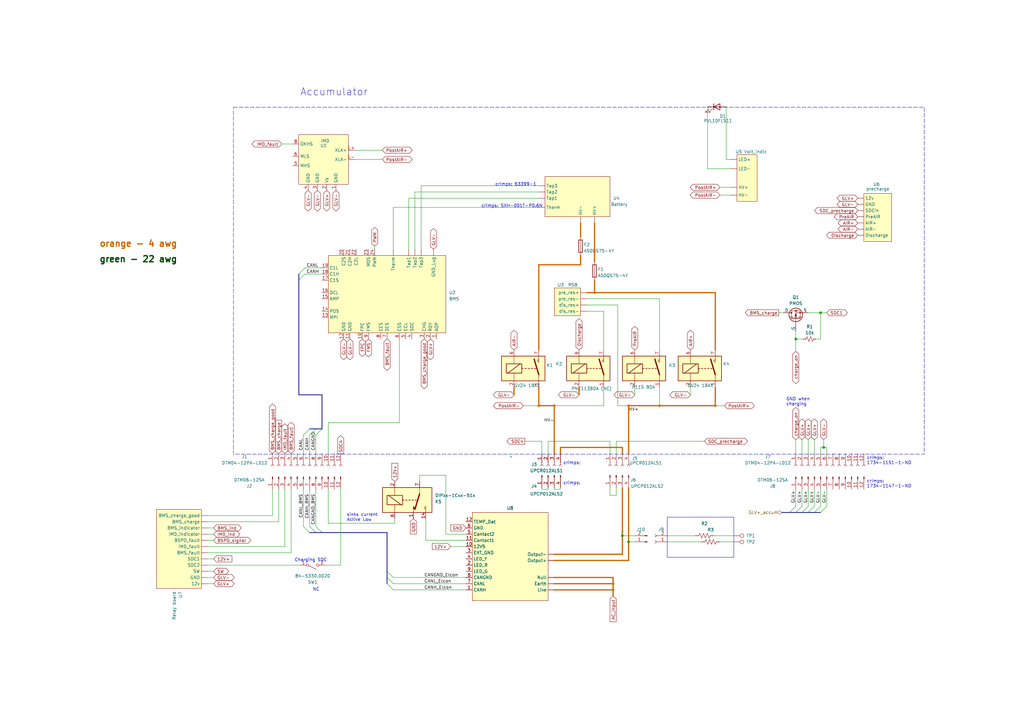
<source format=kicad_sch>
(kicad_sch (version 20231120) (generator "eeschema") (generator_version "8.0")
  (paper "A3")
  (lib_symbols
    (symbol "Connector:Conn_01x02_Pin" (pin_names (offset 1.016) hide)
      (property "Reference" "J" (at 0 2.54 0))
      (property "Value" "Conn_01x02_Pin" (at 0 -5.08 0))
      (symbol "Conn_01x02_Pin_1_1"
        (pin passive line (at 5.08 0 180) (length 3.81) (name "Pin_1") (number "1"))
        (pin passive line (at 5.08 -2.54 180) (length 3.81) (name "Pin_2") (number "2"))
      )
    )
    (symbol "Connector:Conn_01x02_Socket" (pin_names (offset 1.016) hide)
      (property "Reference" "J" (at 0 2.54 0))
      (property "Value" "Conn_01x02_Socket" (at 0 -5.08 0))
      (symbol "Conn_01x02_Socket_1_1"
        (pin passive line (at -5.08 0 0) (length 3.81) (name "Pin_1") (number "1"))
        (pin passive line (at -5.08 -2.54 0) (length 3.81) (name "Pin_2") (number "2"))
      )
    )
    (symbol "Connector:Conn_01x04_Pin" (pin_names (offset 1.016) hide)
      (property "Reference" "J" (at 0 5.08 0))
      (property "Value" "Conn_01x04_Pin" (at 0 -7.62 0))
      (symbol "Conn_01x04_Pin_1_1"
        (pin passive line (at 5.08 2.54 180) (length 3.81) (name "Pin_1") (number "1"))
        (pin passive line (at 5.08 0 180) (length 3.81) (name "Pin_2") (number "2"))
        (pin passive line (at 5.08 -2.54 180) (length 3.81) (name "Pin_3") (number "3"))
        (pin passive line (at 5.08 -5.08 180) (length 3.81) (name "Pin_4") (number "4"))
      )
    )
    (symbol "Connector:Conn_01x04_Socket" (pin_names (offset 1.016) hide)
      (property "Reference" "J" (at 0 5.08 0))
      (property "Value" "Conn_01x04_Socket" (at 0 -7.62 0))
      (symbol "Conn_01x04_Socket_1_1"
        (pin passive line (at -5.08 2.54 0) (length 3.81) (name "Pin_1") (number "1"))
        (pin passive line (at -5.08 0 0) (length 3.81) (name "Pin_2") (number "2"))
        (pin passive line (at -5.08 -2.54 0) (length 3.81) (name "Pin_3") (number "3"))
        (pin passive line (at -5.08 -5.08 0) (length 3.81) (name "Pin_4") (number "4"))
      )
    )
    (symbol "Connector:Conn_01x12_Pin" (pin_names (offset 1.016) hide)
      (property "Reference" "J" (at 0 15.24 0))
      (property "Value" "Conn_01x12_Pin" (at 0 -17.78 0))
      (symbol "Conn_01x12_Pin_1_1"
        (pin passive line (at 5.08 12.7 180) (length 3.81) (name "Pin_1") (number "1"))
        (pin passive line (at 5.08 -10.16 180) (length 3.81) (name "Pin_10") (number "10"))
        (pin passive line (at 5.08 -12.7 180) (length 3.81) (name "Pin_11") (number "11"))
        (pin passive line (at 5.08 -15.24 180) (length 3.81) (name "Pin_12") (number "12"))
        (pin passive line (at 5.08 10.16 180) (length 3.81) (name "Pin_2") (number "2"))
        (pin passive line (at 5.08 7.62 180) (length 3.81) (name "Pin_3") (number "3"))
        (pin passive line (at 5.08 5.08 180) (length 3.81) (name "Pin_4") (number "4"))
        (pin passive line (at 5.08 2.54 180) (length 3.81) (name "Pin_5") (number "5"))
        (pin passive line (at 5.08 0 180) (length 3.81) (name "Pin_6") (number "6"))
        (pin passive line (at 5.08 -2.54 180) (length 3.81) (name "Pin_7") (number "7"))
        (pin passive line (at 5.08 -5.08 180) (length 3.81) (name "Pin_8") (number "8"))
        (pin passive line (at 5.08 -7.62 180) (length 3.81) (name "Pin_9") (number "9"))
      )
    )
    (symbol "Connector:Conn_01x12_Socket" (pin_names (offset 1.016) hide)
      (property "Reference" "J" (at 0 15.24 0))
      (property "Value" "Conn_01x12_Socket" (at 0 -17.78 0))
      (symbol "Conn_01x12_Socket_1_1"
        (pin passive line (at -5.08 12.7 0) (length 3.81) (name "Pin_1") (number "1"))
        (pin passive line (at -5.08 -10.16 0) (length 3.81) (name "Pin_10") (number "10"))
        (pin passive line (at -5.08 -12.7 0) (length 3.81) (name "Pin_11") (number "11"))
        (pin passive line (at -5.08 -15.24 0) (length 3.81) (name "Pin_12") (number "12"))
        (pin passive line (at -5.08 10.16 0) (length 3.81) (name "Pin_2") (number "2"))
        (pin passive line (at -5.08 7.62 0) (length 3.81) (name "Pin_3") (number "3"))
        (pin passive line (at -5.08 5.08 0) (length 3.81) (name "Pin_4") (number "4"))
        (pin passive line (at -5.08 2.54 0) (length 3.81) (name "Pin_5") (number "5"))
        (pin passive line (at -5.08 0 0) (length 3.81) (name "Pin_6") (number "6"))
        (pin passive line (at -5.08 -2.54 0) (length 3.81) (name "Pin_7") (number "7"))
        (pin passive line (at -5.08 -5.08 0) (length 3.81) (name "Pin_8") (number "8"))
        (pin passive line (at -5.08 -7.62 0) (length 3.81) (name "Pin_9") (number "9"))
      )
    )
    (symbol "Connector:TestPoint" (pin_numbers hide) (pin_names (offset 0.762) hide)
      (property "Reference" "TP" (at 0 6.858 0))
      (property "Value" "TestPoint" (at 0 5.08 0))
      (symbol "TestPoint_1_1"
        (pin passive line (at 0 0 90) (length 2.54) (name "1") (number "1"))
      )
    )
    (symbol "Device:Fuse" (pin_numbers hide) (pin_names (offset 0))
      (property "Reference" "F" (at 2.032 0 90))
      (property "Value" "Fuse" (at -1.905 0 90))
      (symbol "Fuse_1_1"
        (pin passive line (at 0 3.81 270) (length 1.27) (name "~") (number "1"))
        (pin passive line (at 0 -3.81 90) (length 1.27) (name "~") (number "2"))
      )
    )
    (symbol "Device:LED" (pin_numbers hide) (pin_names (offset 1.016) hide)
      (property "Reference" "D" (at 0 2.54 0))
      (property "Value" "LED" (at 0 -2.54 0))
      (symbol "LED_1_1"
        (pin passive line (at -3.81 0 0) (length 2.54) (name "K") (number "1"))
        (pin passive line (at 3.81 0 180) (length 2.54) (name "A") (number "2"))
      )
    )
    (symbol "Device:R_Small_US" (pin_numbers hide) (pin_names (offset 0.254) hide)
      (property "Reference" "R" (at 0.762 0.508 0))
      (property "Value" "R_Small_US" (at 0.762 -1.016 0))
      (symbol "R_Small_US_1_1"
        (pin passive line (at 0 2.54 270) (length 1.016) (name "~") (number "1"))
        (pin passive line (at 0 -2.54 90) (length 1.016) (name "~") (number "2"))
      )
    )
    (symbol "Device:R_US" (pin_numbers hide) (pin_names (offset 0))
      (property "Reference" "R" (at 2.54 0 90))
      (property "Value" "R_US" (at -2.54 0 90))
      (symbol "R_US_1_1"
        (pin passive line (at 0 3.81 270) (length 1.27) (name "~") (number "1"))
        (pin passive line (at 0 -3.81 90) (length 1.27) (name "~") (number "2"))
      )
    )
    (symbol "FSAE:BMS"
      (property "Reference" "U" (at 0 0 0))
      (property "Value" "BMS" (at 0 -3.81 0))
      (symbol "BMS_1_1"
        (pin bidirectional line (at 17.78 6.35 180) (length 2.54) (name "GND_Lug") (number ""))
        (pin bidirectional line (at 17.78 16.51 180) (length 2.54) (name "Tap1") (number ""))
        (pin bidirectional line (at 17.78 13.97 180) (length 2.54) (name "Tap2") (number ""))
        (pin bidirectional line (at 17.78 11.43 180) (length 2.54) (name "Tap3") (number ""))
        (pin bidirectional line (at 17.78 22.86 180) (length 2.54) (name "Therm") (number ""))
        (pin power_in line (at -19.05 5.08 0) (length 2.54) (name "AOP") (number "1"))
        (pin input line (at -19.05 35.56 0) (length 2.54) (name "FPC") (number "10"))
        (pin bidirectional line (at -19.05 40.64 0) (length 2.54) (name "GND") (number "11"))
        (pin bidirectional line (at -19.05 43.18 0) (length 2.54) (name "GND") (number "12"))
        (pin input line (at -10.16 52.07 270) (length 2.54) (name "MPI") (number "13"))
        (pin input line (at -7.62 52.07 270) (length 2.54) (name "POS") (number "14"))
        (pin output line (at -2.54 52.07 270) (length 2.54) (name "AMP") (number "15"))
        (pin output line (at 0 52.07 270) (length 2.54) (name "DCL") (number "16"))
        (pin bidirectional line (at 5.08 52.07 270) (length 2.54) (name "C1S") (number "17"))
        (pin bidirectional line (at 7.62 52.07 270) (length 2.54) (name "C1H") (number "18"))
        (pin bidirectional line (at 10.16 52.07 270) (length 2.54) (name "C1L") (number "19"))
        (pin power_in line (at -19.05 7.62 0) (length 2.54) (name "RDY") (number "2"))
        (pin bidirectional line (at 17.78 43.18 180) (length 2.54) (name "C2S") (number "20"))
        (pin bidirectional line (at 17.78 40.64 180) (length 2.54) (name "C2H") (number "21"))
        (pin bidirectional line (at 17.78 38.1 180) (length 2.54) (name "C2L") (number "22"))
        (pin output line (at 17.78 33.02 180) (length 2.54) (name "MOS") (number "23"))
        (pin output line (at 17.78 30.48 180) (length 2.54) (name "PWM") (number "24"))
        (pin power_in line (at -19.05 10.16 0) (length 2.54) (name "CHG") (number "3"))
        (pin output line (at -19.05 15.24 0) (length 2.54) (name "SOC") (number "4"))
        (pin output line (at -19.05 17.78 0) (length 2.54) (name "CCL") (number "5"))
        (pin output line (at -19.05 20.32 0) (length 2.54) (name "CSS") (number "6"))
        (pin output line (at -19.05 25.4 0) (length 2.54) (name "DES") (number "7"))
        (pin output line (at -19.05 27.94 0) (length 2.54) (name "CES") (number "8"))
        (pin input line (at -19.05 33.02 0) (length 2.54) (name "FMS") (number "9"))
      )
    )
    (symbol "FSAE:Battery"
      (property "Reference" "U3" (at -13.97 12.7 0))
      (property "Value" "Battery" (at -16.51 15.24 0))
      (symbol "Battery_1_1"
        (pin bidirectional line (at -6.35 22.86 270) (length 2.54) (name "HV+") (number ""))
        (pin bidirectional line (at -0.635 22.86 270) (length 2.54) (name "HV-") (number ""))
        (pin bidirectional line (at 16.51 12.7 180) (length 2.54) (name "Tap1") (number ""))
        (pin bidirectional line (at 16.51 10.16 180) (length 2.54) (name "Tap2") (number ""))
        (pin bidirectional line (at 16.51 7.62 180) (length 2.54) (name "Tap3") (number ""))
        (pin bidirectional line (at 16.51 16.51 180) (length 2.54) (name "Therm") (number ""))
      )
    )
    (symbol "FSAE:Elcon"
      (property "Reference" "U" (at 0 0 0))
      (symbol "Elcon_1_1"
        (pin input line (at -17.78 52.07 0) (length 2.54) (name "Earth") (number ""))
        (pin input line (at -17.78 54.61 0) (length 2.54) (name "Live") (number ""))
        (pin input line (at -17.78 49.53 0) (length 2.54) (name "Null") (number ""))
        (pin input line (at -17.78 42.545 0) (length 2.54) (name "Output+") (number ""))
        (pin input line (at -17.78 40.005 0) (length 2.54) (name "Output-") (number ""))
        (pin input line (at 18.415 54.61 180) (length 2.54) (name "CANH") (number "1"))
        (pin input line (at 18.415 36.83 180) (length 2.54) (name "12V5") (number "10"))
        (pin input line (at 18.415 34.29 180) (length 2.54) (name "Contact1") (number "11"))
        (pin input line (at 18.415 26.67 180) (length 2.54) (name "TEMP_Dat") (number "12"))
        (pin input line (at 18.415 44.45 180) (length 2.54) (name "LED_R") (number "2"))
        (pin input line (at 18.415 39.37 180) (length 2.54) (name "EXT_GND") (number "3"))
        (pin input line (at 18.415 41.91 180) (length 2.54) (name "LED_Y") (number "4"))
        (pin input line (at 18.415 31.75 180) (length 2.54) (name "Contact2") (number "5"))
        (pin input line (at 18.415 29.21 180) (length 2.54) (name "GND") (number "6"))
        (pin input line (at 18.415 52.07 180) (length 2.54) (name "CANL") (number "7"))
        (pin input line (at 18.415 49.53 180) (length 2.54) (name "CANGND") (number "8"))
        (pin input line (at 18.415 46.99 180) (length 2.54) (name "LED_G") (number "9"))
      )
    )
    (symbol "FSAE:IMD"
      (property "Reference" "U" (at 0 0 0))
      (symbol "IMD_1_1"
        (pin bidirectional line (at -3.81 25.4 270) (length 2.54) (name "GND") (number "1"))
        (pin power_in line (at 0 25.4 270) (length 2.54) (name "Vs") (number "2"))
        (pin bidirectional line (at 3.81 25.4 270) (length 2.54) (name "GND") (number "3"))
        (pin bidirectional line (at 7.62 25.4 270) (length 2.54) (name "GND") (number "4"))
        (pin output line (at 13.97 15.24 180) (length 2.54) (name "MHS") (number "5"))
        (pin output line (at 13.97 11.43 180) (length 2.54) (name "MLS") (number "6"))
        (pin output line (at 13.97 6.35 180) (length 2.54) (name "OKHS") (number "8"))
        (pin input line (at -11.43 8.89 0) (length 2.54) (name "XLA+") (number "L+"))
        (pin input line (at -11.43 12.7 0) (length 2.54) (name "XLA-") (number "L-"))
      )
    )
    (symbol "Random:Precharge"
      (property "Reference" "U" (at -0.635 8.255 90))
      (symbol "Precharge_1_1"
        (pin power_in line (at -6.35 -6.985 90) (length 2.54) (name "12v") (number ""))
        (pin output line (at 3.81 -6.985 90) (length 2.54) (name "AIR+") (number ""))
        (pin output line (at 6.35 -6.985 90) (length 2.54) (name "AIR-") (number ""))
        (pin output line (at 8.89 -6.985 90) (length 2.54) (name "Discharge") (number ""))
        (pin power_in line (at -3.81 -6.985 90) (length 2.54) (name "GND") (number ""))
        (pin output line (at 1.27 -6.985 90) (length 2.54) (name "PreAIR") (number ""))
        (pin input line (at -1.27 -6.985 90) (length 2.54) (name "SDCin") (number ""))
      )
    )
    (symbol "Random:RSB"
      (property "Reference" "U5" (at -5.715 6.985 0))
      (property "Value" "RSB" (at 0.635 6.985 0))
      (symbol "RSB_1_1"
        (pin input line (at 6.35 -1.27 180) (length 2.54) (name "dis_res+") (number ""))
        (pin input line (at 6.35 -3.81 180) (length 2.54) (name "dis_res-") (number ""))
        (pin input line (at 6.35 3.81 180) (length 2.54) (name "pre_res+") (number ""))
        (pin input line (at 6.35 1.27 180) (length 2.54) (name "pre_res-") (number ""))
      )
    )
    (symbol "Random:Volt_indic"
      (property "Reference" "U6" (at -11.43 -5.08 90))
      (property "Value" "Volt_indic" (at -11.43 3.81 90))
      (symbol "Volt_indic_1_1"
        (pin power_in line (at 3.175 -6.35 90) (length 2.54) (name "HV+") (number ""))
        (pin power_in line (at 6.35 -6.35 90) (length 2.54) (name "HV-") (number ""))
        (pin output line (at -8.255 -6.35 90) (length 2.54) (name "LED+") (number ""))
        (pin output line (at -4.445 -6.35 90) (length 2.54) (name "LED-") (number ""))
      )
    )
    (symbol "Relay:DIPxx-1Axx-11x"
      (property "Reference" "K" (at 8.89 3.81 0))
      (property "Value" "DIPxx-1Axx-11x" (at 8.89 1.27 0))
      (symbol "DIPxx-1Axx-11x_1_1"
        (pin passive line (at 5.08 -7.62 90) (length 2.54) (name "~") (number "1"))
        (pin passive line (at 5.08 -7.62 90) (length 2.54) hide (name "~") (number "14"))
        (pin passive line (at -5.08 -7.62 90) (length 2.54) (name "~") (number "2"))
        (pin passive line (at -5.08 7.62 270) (length 2.54) (name "~") (number "6"))
        (pin passive line (at 5.08 7.62 270) (length 2.54) (name "~") (number "7"))
        (pin passive line (at 5.08 7.62 270) (length 2.54) hide (name "~") (number "8"))
      )
    )
    (symbol "Relay:DIPxx-1Cxx-51x"
      (property "Reference" "K" (at 11.43 3.81 0))
      (property "Value" "DIPxx-1Cxx-51x" (at 11.43 1.27 0))
      (symbol "DIPxx-1Cxx-51x_1_1"
        (pin passive line (at 2.54 7.62 270) (length 2.54) (name "~") (number "1"))
        (pin passive line (at 7.62 7.62 270) (length 2.54) (name "~") (number "14"))
        (pin passive line (at -5.08 -7.62 90) (length 2.54) (name "~") (number "2"))
        (pin passive line (at -5.08 7.62 270) (length 2.54) (name "~") (number "6"))
        (pin passive line (at 5.08 -7.62 90) (length 2.54) (name "~") (number "7"))
        (pin passive line (at 5.08 -7.62 90) (length 2.54) hide (name "~") (number "8"))
      )
    )
    (symbol "Relay_board_1"
      (property "Reference" "U8" (at 8.255 -0.9525 0))
      (property "Value" "Relay board" (at 8.255 -3.4925 0))
      (symbol "Relay_board_1_1_1"
        (pin power_in line (at -5.08 -8.255 90) (length 2.54) (name "12v") (number ""))
        (pin input line (at 20.32 -8.255 90) (length 2.54) (name "BMS_charge") (number ""))
        (pin output line (at 22.86 -8.255 90) (length 2.54) (name "BMS_charge_good") (number ""))
        (pin input line (at 7.62 -8.255 90) (length 2.54) (name "BMS_fault") (number ""))
        (pin output line (at 17.78 -8.255 90) (length 2.54) (name "BMS_indicator") (number ""))
        (pin input line (at 12.7 -8.255 90) (length 2.54) (name "BSPD_fault") (number ""))
        (pin power_in line (at -2.54 -8.255 90) (length 2.54) (name "GND") (number ""))
        (pin input line (at 10.16 -8.255 90) (length 2.54) (name "IMD_fault") (number ""))
        (pin output line (at 15.24 -8.255 90) (length 2.54) (name "IMD_indicator") (number ""))
        (pin input line (at 5.08 -8.255 90) (length 2.54) (name "SDC1") (number ""))
        (pin output line (at 2.54 -8.255 90) (length 2.54) (name "SDC2") (number ""))
        (pin input line (at 0 -8.255 90) (length 2.54) (name "SW") (number ""))
      )
    )
    (symbol "Simulation_SPICE:PMOS" (pin_numbers hide) (pin_names (offset 0))
      (property "Reference" "Q" (at 5.08 1.27 0))
      (property "Value" "PMOS" (at 5.08 -1.27 0))
      (symbol "PMOS_1_1"
        (pin passive line (at 2.54 5.08 270) (length 2.54) (name "D") (number "1"))
        (pin input line (at -5.08 0 0) (length 2.54) (name "G") (number "2"))
        (pin passive line (at 2.54 -5.08 90) (length 2.54) (name "S") (number "3"))
      )
    )
    (symbol "Switch:SW_SPST" (pin_names (offset 0) hide)
      (property "Reference" "SW" (at 0 3.175 0))
      (property "Value" "SW_SPST" (at 0 -2.54 0))
      (symbol "SW_SPST_1_1"
        (pin passive line (at -5.08 0 0) (length 2.54) (name "A") (number "1"))
        (pin passive line (at 5.08 0 180) (length 2.54) (name "B") (number "2"))
      )
    )
  )
  (junction (at 326.39 139.065))
  (junction (at 220.98 166.37) (color 204 102 0 1))
  (junction (at 270.51 166.37) (color 204 102 0 1))
  (junction (at 257.81 222.25))
  (junction (at 337.82 183.515))
  (junction (at 336.55 128.27))
  (junction (at 257.81 166.37) (color 204 102 0 1))
  (junction (at 255.27 219.71))
  (junction (at 293.37 166.37) (color 204 102 0 1))
  (junction (at 243.84 120.015) (color 204 102 0 1))
  (junction (at 251.46 239.395) (color 204 102 0 1))
  (junction (at 251.46 241.935) (color 204 102 0 1))
  (junction (at 227.33 166.37) (color 204 102 0 1))
  (bus_entry (at 127 215.9) (size 2.54 2.54))
  (bus_entry (at 158.75 239.395) (size 2.54 2.54))
  (bus_entry (at 129.54 178.435) (size 2.54 -2.54))
  (bus_entry (at 129.54 175.895) (size -2.54 2.54))
  (bus_entry (at 127 175.895) (size -2.54 2.54))
  (bus_entry (at 129.54 215.9) (size 2.54 2.54))
  (bus_entry (at 326.39 207.645) (size -2.54 2.54))
  (bus_entry (at 158.75 234.315) (size 2.54 2.54))
  (bus_entry (at 334.01 207.645) (size -2.54 2.54))
  (bus_entry (at 158.75 236.855) (size 2.54 2.54))
  (bus_entry (at 328.93 207.645) (size -2.54 2.54))
  (bus_entry (at 125.095 112.395) (size -2.54 2.54))
  (bus_entry (at 125.095 109.855) (size -2.54 2.54))
  (bus_entry (at 336.55 207.645) (size -2.54 2.54))
  (bus_entry (at 124.46 215.9) (size 2.54 2.54))
  (bus_entry (at 331.47 207.645) (size -2.54 2.54))
  (bus_entry (at 339.09 207.645) (size -2.54 2.54))
  (wire (pts (xy 252.73 180.975) (xy 252.73 186.055)))
  (wire (pts (xy 337.82 183.515) (xy 336.55 183.515)))
  (wire (pts (xy 331.47 128.27) (xy 336.55 128.27)))
  (wire (pts (xy 273.685 219.71) (xy 285.115 219.71)))
  (wire (pts (xy 243.84 114.935) (xy 243.84 120.015)) (stroke (width 0.508) (color 204 102 0 1)))
  (wire (pts (xy 116.84 200.66) (xy 116.84 224.155)))
  (wire (pts (xy 161.29 241.935) (xy 191.135 241.935)))
  (bus (pts (xy 132.08 161.925) (xy 122.555 161.925)))
  (wire (pts (xy 153.67 100.965) (xy 153.67 102.235)))
  (wire (pts (xy 129.54 178.435) (xy 129.54 186.055)))
  (wire (pts (xy 85.09 231.775) (xy 123.19 231.775)))
  (wire (pts (xy 220.98 108.585) (xy 220.98 143.51)) (stroke (width 0.508) (color 204 102 0 1)))
  (wire (pts (xy 251.46 239.395) (xy 251.46 241.935)) (stroke (width 0.508) (color 204 102 0 1)))
  (wire (pts (xy 170.18 78.74) (xy 220.98 78.74)))
  (wire (pts (xy 297.815 65.405) (xy 299.72 65.405)))
  (wire (pts (xy 339.09 200.66) (xy 339.09 207.645)))
  (wire (pts (xy 156.845 65.405) (xy 145.415 65.405)))
  (wire (pts (xy 161.29 239.395) (xy 191.135 239.395)))
  (wire (pts (xy 172.085 194.945) (xy 182.88 194.945)))
  (wire (pts (xy 85.09 239.395) (xy 87.63 239.395)))
  (wire (pts (xy 133.35 231.775) (xy 139.7 231.775)))
  (wire (pts (xy 227.33 236.855) (xy 251.46 236.855)) (stroke (width 0.508) (color 204 102 0 1)))
  (bus (pts (xy 334.01 210.185) (xy 336.55 210.185)))
  (wire (pts (xy 295.275 222.25) (xy 300.99 222.25)))
  (bus (pts (xy 331.47 210.185) (xy 334.01 210.185)))
  (bus (pts (xy 122.555 114.935) (xy 122.555 161.925)))
  (wire (pts (xy 85.09 226.695) (xy 119.38 226.695)))
  (wire (pts (xy 174.625 221.615) (xy 174.625 212.725)))
  (wire (pts (xy 257.81 166.37) (xy 270.51 166.37)) (stroke (width 0.508) (color 204 102 0 1)))
  (wire (pts (xy 161.29 85.09) (xy 161.29 102.235)))
  (wire (pts (xy 172.72 76.2) (xy 220.98 76.2)))
  (wire (pts (xy 257.81 166.37) (xy 257.81 186.055)) (stroke (width 0.508) (color 204 102 0 1)))
  (wire (pts (xy 129.54 215.9) (xy 129.54 200.66)))
  (wire (pts (xy 336.55 128.27) (xy 339.09 128.27)))
  (wire (pts (xy 270.51 122.555) (xy 270.51 143.51)))
  (wire (pts (xy 227.33 166.37) (xy 247.65 166.37)))
  (wire (pts (xy 292.735 219.71) (xy 300.99 219.71)))
  (bus (pts (xy 158.75 236.855) (xy 158.75 239.395)))
  (wire (pts (xy 184.785 224.155) (xy 191.135 224.155)))
  (wire (pts (xy 85.09 211.455) (xy 111.76 211.455)))
  (wire (pts (xy 250.19 203.2) (xy 252.73 203.2)))
  (wire (pts (xy 222.25 200.025) (xy 222.25 200.66)))
  (wire (pts (xy 260.35 161.925) (xy 260.35 158.75)))
  (wire (pts (xy 227.33 200.025) (xy 227.33 200.66)))
  (wire (pts (xy 243.84 91.44) (xy 243.84 107.315)) (stroke (width 0.508) (color 204 102 0 1)))
  (bus (pts (xy 320.675 210.185) (xy 323.85 210.185)))
  (wire (pts (xy 172.085 197.485) (xy 172.085 194.945)))
  (wire (pts (xy 227.33 166.37) (xy 227.33 186.055)) (stroke (width 0.508) (color 204 102 0 1)))
  (wire (pts (xy 182.88 194.945) (xy 182.88 219.075)))
  (wire (pts (xy 85.09 224.155) (xy 116.84 224.155)))
  (wire (pts (xy 222.25 180.975) (xy 222.25 186.055)))
  (wire (pts (xy 224.79 200.025) (xy 224.79 200.66)))
  (wire (pts (xy 227.33 227.33) (xy 255.27 227.33)) (stroke (width 0.508) (color 204 102 0 1)))
  (wire (pts (xy 134.62 214.63) (xy 161.925 214.63)))
  (wire (pts (xy 87.63 219.075) (xy 85.09 219.075)))
  (bus (pts (xy 323.85 210.185) (xy 326.39 210.185)))
  (wire (pts (xy 283.21 158.75) (xy 283.21 161.925)))
  (wire (pts (xy 336.55 183.515) (xy 336.55 186.055)))
  (bus (pts (xy 158.75 234.315) (xy 158.75 236.855)))
  (wire (pts (xy 252.73 180.975) (xy 288.925 180.975)))
  (wire (pts (xy 85.09 213.995) (xy 114.3 213.995)))
  (wire (pts (xy 139.7 200.66) (xy 139.7 231.775)))
  (wire (pts (xy 326.39 200.66) (xy 326.39 207.645)))
  (wire (pts (xy 115.57 59.055) (xy 120.015 59.055)))
  (wire (pts (xy 251.46 241.935) (xy 251.46 244.475)) (stroke (width 0.508) (color 204 102 0 1)))
  (wire (pts (xy 215.265 180.975) (xy 222.25 180.975)))
  (wire (pts (xy 326.39 135.89) (xy 326.39 139.065)))
  (wire (pts (xy 145.415 61.595) (xy 156.845 61.595)))
  (bus (pts (xy 122.555 112.395) (xy 122.555 114.935)))
  (wire (pts (xy 214.63 166.37) (xy 220.98 166.37)))
  (wire (pts (xy 273.685 222.25) (xy 287.655 222.25)))
  (wire (pts (xy 337.82 183.515) (xy 339.09 183.515)))
  (wire (pts (xy 124.46 178.435) (xy 124.46 186.055)))
  (wire (pts (xy 125.095 112.395) (xy 132.08 112.395)))
  (wire (pts (xy 163.83 173.355) (xy 134.62 173.355)))
  (wire (pts (xy 172.72 102.235) (xy 172.72 76.2)))
  (wire (pts (xy 161.29 236.855) (xy 191.135 236.855)))
  (wire (pts (xy 134.62 173.355) (xy 134.62 186.055)))
  (wire (pts (xy 87.63 221.615) (xy 85.09 221.615)))
  (wire (pts (xy 227.33 241.935) (xy 251.46 241.935)) (stroke (width 0.508) (color 204 102 0 1)))
  (bus (pts (xy 127 175.895) (xy 129.54 175.895)))
  (wire (pts (xy 319.405 128.27) (xy 321.31 128.27)))
  (wire (pts (xy 337.82 180.34) (xy 337.82 183.515)))
  (bus (pts (xy 326.39 210.185) (xy 328.93 210.185)))
  (wire (pts (xy 257.81 222.25) (xy 260.35 222.25)))
  (wire (pts (xy 328.93 180.34) (xy 328.93 186.055)))
  (wire (pts (xy 124.46 200.66) (xy 124.46 215.9)))
  (wire (pts (xy 229.87 186.055) (xy 229.87 183.515)) (stroke (width 0.508) (color 204 102 0 1)))
  (wire (pts (xy 111.76 211.455) (xy 111.76 200.66)))
  (wire (pts (xy 334.01 180.34) (xy 334.01 186.055)))
  (wire (pts (xy 240.665 120.015) (xy 243.84 120.015)) (stroke (width 0.508) (color 204 102 0 1)))
  (wire (pts (xy 270.51 166.37) (xy 270.51 158.75)))
  (wire (pts (xy 227.33 229.87) (xy 257.81 229.87)) (stroke (width 0.508) (color 204 102 0 1)))
  (wire (pts (xy 331.47 180.34) (xy 331.47 186.055)))
  (wire (pts (xy 252.73 203.2) (xy 252.73 200.025)))
  (wire (pts (xy 293.37 166.37) (xy 297.18 166.37)))
  (wire (pts (xy 295.275 80.01) (xy 299.72 80.01)))
  (wire (pts (xy 329.565 139.065) (xy 326.39 139.065)))
  (wire (pts (xy 127 178.435) (xy 127 186.055)))
  (wire (pts (xy 251.46 236.855) (xy 251.46 239.395)) (stroke (width 0.508) (color 204 102 0 1)))
  (wire (pts (xy 167.64 102.235) (xy 167.64 81.28)))
  (wire (pts (xy 253.365 125.095) (xy 253.365 166.37)))
  (wire (pts (xy 220.98 108.585) (xy 238.125 108.585)) (stroke (width 0.508) (color 204 102 0 1)))
  (wire (pts (xy 161.925 212.725) (xy 161.925 214.63)))
  (bus (pts (xy 158.75 218.44) (xy 132.08 218.44)))
  (wire (pts (xy 247.65 127.635) (xy 240.665 127.635)))
  (wire (pts (xy 326.39 139.065) (xy 326.39 144.145)))
  (bus (pts (xy 328.93 210.185) (xy 331.47 210.185)))
  (wire (pts (xy 240.665 125.095) (xy 253.365 125.095)))
  (bus (pts (xy 158.75 218.44) (xy 158.75 234.315)))
  (wire (pts (xy 326.39 180.34) (xy 326.39 186.055)))
  (wire (pts (xy 174.625 221.615) (xy 191.135 221.615)))
  (wire (pts (xy 293.37 166.37) (xy 270.51 166.37)) (stroke (width 0.508) (color 204 102 0 1)))
  (wire (pts (xy 210.82 158.75) (xy 210.82 161.925)) (stroke (width 0.508) (color 204 102 0 1)))
  (wire (pts (xy 227.33 200.66) (xy 229.87 200.66)))
  (wire (pts (xy 114.3 200.66) (xy 114.3 213.995)))
  (bus (pts (xy 129.54 175.895) (xy 132.08 175.895)))
  (wire (pts (xy 334.01 200.66) (xy 334.01 207.645)))
  (wire (pts (xy 119.38 200.66) (xy 119.38 226.695)))
  (wire (pts (xy 238.125 104.775) (xy 238.125 108.585)) (stroke (width 0.508) (color 204 102 0 1)))
  (wire (pts (xy 125.095 109.855) (xy 132.08 109.855)))
  (wire (pts (xy 240.665 122.555) (xy 270.51 122.555)))
  (wire (pts (xy 255.27 227.33) (xy 255.27 219.71)) (stroke (width 0.508) (color 204 102 0 1)))
  (wire (pts (xy 255.27 200.025) (xy 255.27 219.71)) (stroke (width 0.508) (color 204 102 0 1)))
  (wire (pts (xy 167.64 81.28) (xy 220.98 81.28)))
  (wire (pts (xy 336.55 200.66) (xy 336.55 207.645)))
  (wire (pts (xy 87.63 229.235) (xy 85.09 229.235)))
  (bus (pts (xy 132.08 175.895) (xy 132.08 161.925)))
  (wire (pts (xy 331.47 200.66) (xy 331.47 207.645)))
  (wire (pts (xy 170.18 78.74) (xy 170.18 102.235)))
  (wire (pts (xy 257.81 222.25) (xy 257.81 200.025)) (stroke (width 0.508) (color 204 102 0 1)))
  (wire (pts (xy 224.79 180.975) (xy 250.19 180.975)))
  (wire (pts (xy 255.27 219.71) (xy 260.35 219.71)))
  (wire (pts (xy 224.79 186.055) (xy 224.79 180.975)))
  (wire (pts (xy 134.62 200.66) (xy 134.62 214.63)))
  (wire (pts (xy 257.81 229.87) (xy 257.81 222.25)) (stroke (width 0.508) (color 204 102 0 1)))
  (wire (pts (xy 127 200.66) (xy 127 215.9)))
  (wire (pts (xy 297.815 43.815) (xy 297.815 65.405)))
  (wire (pts (xy 290.195 69.215) (xy 299.72 69.215)))
  (wire (pts (xy 227.33 239.395) (xy 251.46 239.395)) (stroke (width 0.508) (color 204 102 0 1)))
  (wire (pts (xy 182.88 219.075) (xy 191.135 219.075)))
  (wire (pts (xy 220.98 158.75) (xy 220.98 166.37)) (stroke (width 0.508) (color 204 102 0 1)))
  (wire (pts (xy 161.29 85.09) (xy 220.98 85.09)))
  (wire (pts (xy 163.83 139.065) (xy 163.83 173.355)))
  (wire (pts (xy 229.87 183.515) (xy 255.27 183.515)) (stroke (width 0.508) (color 204 102 0 1)))
  (wire (pts (xy 328.93 200.66) (xy 328.93 207.645)))
  (wire (pts (xy 237.49 158.75) (xy 237.49 161.925)) (stroke (width 0.508) (color 204 102 0 1)))
  (wire (pts (xy 229.87 200.025) (xy 229.87 200.66)))
  (wire (pts (xy 257.81 166.37) (xy 253.365 166.37)))
  (wire (pts (xy 87.63 216.535) (xy 85.09 216.535)))
  (wire (pts (xy 243.84 120.015) (xy 293.37 120.015)) (stroke (width 0.508) (color 204 102 0 1)))
  (wire (pts (xy 247.65 143.51) (xy 247.65 127.635)))
  (wire (pts (xy 85.09 236.855) (xy 87.63 236.855)))
  (wire (pts (xy 238.125 91.44) (xy 238.125 97.155)) (stroke (width 0.508) (color 204 102 0 1)))
  (wire (pts (xy 220.98 166.37) (xy 227.33 166.37)) (stroke (width 0.508) (color 204 102 0 1)))
  (wire (pts (xy 222.25 200.66) (xy 224.79 200.66)))
  (wire (pts (xy 336.55 128.27) (xy 336.55 139.065)))
  (bus (pts (xy 132.08 218.44) (xy 129.54 218.44)))
  (wire (pts (xy 247.65 166.37) (xy 247.65 158.75)))
  (wire (pts (xy 255.27 183.515) (xy 255.27 186.055)) (stroke (width 0.508) (color 204 102 0 1)))
  (wire (pts (xy 339.09 183.515) (xy 339.09 186.055)))
  (wire (pts (xy 85.09 234.315) (xy 87.63 234.315)))
  (bus (pts (xy 129.54 218.44) (xy 127 218.44)))
  (wire (pts (xy 250.19 200.025) (xy 250.19 203.2)))
  (wire (pts (xy 293.37 143.51) (xy 293.37 120.015)) (stroke (width 0.508) (color 204 102 0 1)))
  (wire (pts (xy 336.55 139.065) (xy 334.645 139.065)))
  (wire (pts (xy 250.19 186.055) (xy 250.19 180.975)))
  (wire (pts (xy 293.37 158.75) (xy 293.37 166.37)) (stroke (width 0.508) (color 204 102 0 1)))
  (wire (pts (xy 295.275 76.835) (xy 299.72 76.835)))
  (wire (pts (xy 290.195 69.215) (xy 290.195 43.815)))
  (rectangle (start 95.758 44.0182) (end 379.095 186.2582) (stroke (width 0) (type dash)))
  (rectangle (start 273.685 212.09) (end 300.99 228.6))
  (text "Charging SDC\n" (at 134.112 230.505 0) (effects (font (size 1.27 1.27)) (justify right bottom)))
  (text "crimps: \n1734-1147-1-ND\n" (at 355.473 200.2282 0) (effects (font (size 1.27 1.27)) (justify left bottom)))
  (text "sinks current\nActive Low\n" (at 142.1892 213.995 0) (effects (font (size 1.27 1.27)) (justify left bottom)))
  (text "Accumulator\n" (at 123.063 39.5732 0) (effects (font (size 3 3)) (justify left bottom)))
  (text "crimps:\n" (at 231.013 190.7032 0) (effects (font (size 1.27 1.27)) (justify left bottom)))
  (text "NC" (at 128.27 242.57 0) (effects (font (size 1.27 1.27)) (justify left bottom)))
  (text "GND when \ncharging\n" (at 322.453 166.5732 0) (effects (font (size 1.27 1.27)) (justify left bottom)))
  (text "green - 22 awg" (at 40.64 107.95 0) (effects (font (size 2.54 2.54) (thickness 0.508) (bold yes)) (justify left bottom)))
  (text "orange - 4 awg\n" (at 40.64 101.6 0) (effects (font (size 2.54 2.54) (thickness 0.508) (bold yes)) (justify left bottom)))
  (text "crimps: \n1734-1151-1-ND" (at 355.473 190.7032 0) (effects (font (size 1.27 1.27)) (justify left bottom)))
  (text "crimps:\n" (at 231.013 198.9582 0) (effects (font (size 1.27 1.27)) (justify left bottom)))
  (text "crimps: 63399-1" (at 203.073 76.4032 0) (effects (font (size 1.27 1.27)) (justify left bottom)))
  (text "crimps: SXH-001T-P0.6N\n" (at 197.358 85.2932 0) (effects (font (size 1.27 1.27)) (justify left bottom)))
  (label "GLV+" (at 326.39 206.375 90))
  (label "CANGND_BMS" (at 129.54 202.565 270))
  (label "CANL_Elcon" (at 173.99 239.395 0))
  (label "CANH" (at 125.73 112.395 0))
  (label "CANL_BMS" (at 124.46 202.565 270))
  (label "CANH_BMS" (at 127 202.565 270))
  (label "CANGND" (at 129.54 184.785 90))
  (label "GLV-" (at 336.55 206.375 90))
  (label "GLV+" (at 331.47 206.375 90))
  (label "HV+" (at 257.81 168.91 0))
  (label "CANL" (at 125.73 109.855 0))
  (label "CANGND_Elcon" (at 173.99 236.855 0))
  (label "HV-" (at 227.33 173.355 180))
  (label "GLV-" (at 339.09 206.375 90))
  (label "CANH" (at 127 184.785 90))
  (label "GLV+" (at 328.93 206.375 90))
  (label "CANH_Elcon" (at 173.99 241.935 0))
  (label "GLV+" (at 334.01 206.375 90))
  (label "CANL" (at 124.46 184.785 90))
  (global_label "GLV+" (shape bidirectional) (at 328.93 180.34 90) (property "Intersheetrefs" "${INTERSHEET_REFS}" (effects (hide yes))))
  (global_label "PreAIR" (shape bidirectional) (at 260.35 143.51 90) (property "Intersheetrefs" "${INTERSHEET_REFS}" (effects (hide yes))))
  (global_label "charge_on" (shape bidirectional) (at 326.39 144.145 270) (property "Intersheetrefs" "${INTERSHEET_REFS}" (effects (hide yes))))
  (global_label "BMS_charge_good" (shape bidirectional) (at 111.76 186.055 90) (property "Intersheetrefs" "${INTERSHEET_REFS}" (effects (hide yes))))
  (global_label "GLV-" (shape bidirectional) (at 237.49 161.925 180) (property "Intersheetrefs" "${INTERSHEET_REFS}" (effects (hide yes))))
  (global_label "PostAIR+" (shape bidirectional) (at 297.18 166.37 0) (property "Intersheetrefs" "${INTERSHEET_REFS}" (effects (hide yes))))
  (global_label "PostAIR-" (shape bidirectional) (at 156.845 65.405 0) (property "Intersheetrefs" "${INTERSHEET_REFS}" (effects (hide yes))))
  (global_label "AC_input" (shape input) (at 251.46 244.475 270) (property "Intersheetrefs" "${INTERSHEET_REFS}" (effects (hide yes))))
  (global_label "AIR-" (shape bidirectional) (at 210.82 143.51 90) (property "Intersheetrefs" "${INTERSHEET_REFS}" (effects (hide yes))))
  (global_label "BSPD_signal" (shape bidirectional) (at 87.63 221.615 0) (property "Intersheetrefs" "${INTERSHEET_REFS}" (effects (hide yes))))
  (global_label "GLV-" (shape bidirectional) (at 210.82 161.925 180) (property "Intersheetrefs" "${INTERSHEET_REFS}" (effects (hide yes))))
  (global_label "BMS_charge" (shape input) (at 114.3 186.055 90) (property "Intersheetrefs" "${INTERSHEET_REFS}" (effects (hide yes))))
  (global_label "GLV+" (shape bidirectional) (at 334.01 180.34 90) (property "Intersheetrefs" "${INTERSHEET_REFS}" (effects (hide yes))))
  (global_label "GLV-" (shape bidirectional) (at 337.82 180.34 90) (property "Intersheetrefs" "${INTERSHEET_REFS}" (effects (hide yes))))
  (global_label "FPC" (shape bidirectional) (at 148.59 139.065 270) (property "Intersheetrefs" "${INTERSHEET_REFS}" (effects (hide yes))))
  (global_label "IMD_fault" (shape bidirectional) (at 116.84 186.055 90) (property "Intersheetrefs" "${INTERSHEET_REFS}" (effects (hide yes))))
  (global_label "GLV+" (shape bidirectional) (at 133.985 78.105 270) (property "Intersheetrefs" "${INTERSHEET_REFS}" (effects (hide yes))))
  (global_label "PostAIR+" (shape bidirectional) (at 295.275 76.835 180) (property "Intersheetrefs" "${INTERSHEET_REFS}" (effects (hide yes))))
  (global_label "GLV-" (shape bidirectional) (at 87.63 236.855 0) (property "Intersheetrefs" "${INTERSHEET_REFS}" (effects (hide yes))))
  (global_label "12V+" (shape input) (at 161.925 197.485 90) (property "Intersheetrefs" "${INTERSHEET_REFS}" (effects (hide yes))))
  (global_label "GND" (shape input) (at 191.135 216.535 180) (property "Intersheetrefs" "${INTERSHEET_REFS}" (effects (hide yes))))
  (global_label "FMS" (shape bidirectional) (at 151.13 139.065 270) (property "Intersheetrefs" "${INTERSHEET_REFS}" (effects (hide yes))))
  (global_label "BMS_ind" (shape bidirectional) (at 87.63 216.535 0) (property "Intersheetrefs" "${INTERSHEET_REFS}" (effects (hide yes))))
  (global_label "GLV+" (shape bidirectional) (at 87.63 239.395 0) (property "Intersheetrefs" "${INTERSHEET_REFS}" (effects (hide yes))))
  (global_label "GLV-" (shape bidirectional) (at 260.35 161.925 180) (property "Intersheetrefs" "${INTERSHEET_REFS}" (effects (hide yes))))
  (global_label "Discharge" (shape bidirectional) (at 351.79 96.52 180) (property "Intersheetrefs" "${INTERSHEET_REFS}" (effects (hide yes))))
  (global_label "GLV-" (shape bidirectional) (at 143.51 139.065 270) (property "Intersheetrefs" "${INTERSHEET_REFS}" (effects (hide yes))))
  (global_label "AIR+" (shape bidirectional) (at 351.79 91.44 180) (property "Intersheetrefs" "${INTERSHEET_REFS}" (effects (hide yes))))
  (global_label "PostAIR-" (shape bidirectional) (at 295.275 80.01 180) (property "Intersheetrefs" "${INTERSHEET_REFS}" (effects (hide yes))))
  (global_label "12V+" (shape input) (at 184.785 224.155 180) (property "Intersheetrefs" "${INTERSHEET_REFS}" (effects (hide yes))))
  (global_label "PostAIR+" (shape bidirectional) (at 156.845 61.595 0) (property "Intersheetrefs" "${INTERSHEET_REFS}" (effects (hide yes))))
  (global_label "SDC4" (shape output) (at 215.265 180.975 180) (property "Intersheetrefs" "${INTERSHEET_REFS}" (effects (hide yes))))
  (global_label "AIR-" (shape bidirectional) (at 351.79 93.98 180) (property "Intersheetrefs" "${INTERSHEET_REFS}" (effects (hide yes))))
  (global_label "GLV+" (shape bidirectional) (at 176.53 139.065 270) (property "Intersheetrefs" "${INTERSHEET_REFS}" (effects (hide yes))))
  (global_label "BMS_charge" (shape output) (at 319.405 128.27 180) (property "Intersheetrefs" "${INTERSHEET_REFS}" (effects (hide yes))))
  (global_label "BMS_fault" (shape bidirectional) (at 158.75 139.065 270) (property "Intersheetrefs" "${INTERSHEET_REFS}" (effects (hide yes))))
  (global_label "PreAIR" (shape bidirectional) (at 351.79 88.9 180) (property "Intersheetrefs" "${INTERSHEET_REFS}" (effects (hide yes))))
  (global_label "SDC_precharge" (shape bidirectional) (at 288.925 180.975 0) (property "Intersheetrefs" "${INTERSHEET_REFS}" (effects (hide yes))))
  (global_label "SDC1" (shape bidirectional) (at 339.09 128.27 0) (property "Intersheetrefs" "${INTERSHEET_REFS}" (effects (hide yes))))
  (global_label "GLV+" (shape bidirectional) (at 351.79 81.28 180) (property "Intersheetrefs" "${INTERSHEET_REFS}" (effects (hide yes))))
  (global_label "SW" (shape bidirectional) (at 87.63 234.315 0) (property "Intersheetrefs" "${INTERSHEET_REFS}" (effects (hide yes))))
  (global_label "GLV-" (shape bidirectional) (at 283.21 161.925 180) (property "Intersheetrefs" "${INTERSHEET_REFS}" (effects (hide yes))))
  (global_label "GLV-" (shape bidirectional) (at 126.365 78.105 270) (property "Intersheetrefs" "${INTERSHEET_REFS}" (effects (hide yes))))
  (global_label "SDC_precharge" (shape bidirectional) (at 351.79 86.36 180) (property "Intersheetrefs" "${INTERSHEET_REFS}" (effects (hide yes))))
  (global_label "GLV+" (shape bidirectional) (at 331.47 180.34 90) (property "Intersheetrefs" "${INTERSHEET_REFS}" (effects (hide yes))))
  (global_label "BMS_charge_good" (shape bidirectional) (at 173.99 139.065 270) (property "Intersheetrefs" "${INTERSHEET_REFS}" (effects (hide yes))))
  (global_label "GLV-" (shape bidirectional) (at 130.175 78.105 270) (property "Intersheetrefs" "${INTERSHEET_REFS}" (effects (hide yes))))
  (global_label "IMD_fault" (shape bidirectional) (at 115.57 59.055 180) (property "Intersheetrefs" "${INTERSHEET_REFS}" (effects (hide yes))))
  (global_label "PostAIR-" (shape bidirectional) (at 214.63 166.37 180) (property "Intersheetrefs" "${INTERSHEET_REFS}" (effects (hide yes))))
  (global_label "GND" (shape input) (at 169.545 212.725 270) (property "Intersheetrefs" "${INTERSHEET_REFS}" (effects (hide yes))))
  (global_label "12V+" (shape input) (at 87.63 229.235 0) (property "Intersheetrefs" "${INTERSHEET_REFS}" (effects (hide yes))))
  (global_label "SDC4" (shape output) (at 139.7 186.055 90) (property "Intersheetrefs" "${INTERSHEET_REFS}" (effects (hide yes))))
  (global_label "charge_on" (shape bidirectional) (at 326.39 180.34 90) (property "Intersheetrefs" "${INTERSHEET_REFS}" (effects (hide yes))))
  (global_label "GLV-" (shape bidirectional) (at 177.8 102.235 90) (property "Intersheetrefs" "${INTERSHEET_REFS}" (effects (hide yes))))
  (global_label "GLV-" (shape bidirectional) (at 351.79 83.82 180) (property "Intersheetrefs" "${INTERSHEET_REFS}" (effects (hide yes))))
  (global_label "IMD_ind" (shape bidirectional) (at 87.63 219.075 0) (property "Intersheetrefs" "${INTERSHEET_REFS}" (effects (hide yes))))
  (global_label "GLV-" (shape bidirectional) (at 137.795 78.105 270) (property "Intersheetrefs" "${INTERSHEET_REFS}" (effects (hide yes))))
  (global_label "Discharge" (shape bidirectional) (at 237.49 143.51 90) (property "Intersheetrefs" "${INTERSHEET_REFS}" (effects (hide yes))))
  (global_label "BMS_fault" (shape bidirectional) (at 119.38 186.055 90) (property "Intersheetrefs" "${INTERSHEET_REFS}" (effects (hide yes))))
  (global_label "GLV-" (shape bidirectional) (at 140.97 139.065 270) (property "Intersheetrefs" "${INTERSHEET_REFS}" (effects (hide yes))))
  (global_label "PWM" (shape bidirectional) (at 153.67 100.965 90) (property "Intersheetrefs" "${INTERSHEET_REFS}" (effects (hide yes))))
  (global_label "AIR+" (shape bidirectional) (at 283.21 143.51 90) (property "Intersheetrefs" "${INTERSHEET_REFS}" (effects (hide yes))))
  (hierarchical_label "GLV+_accum" (shape input) (at 320.675 210.185 180))
  (symbol (lib_id "Device:LED") (at 294.005 43.815 0) (unit 1)
    (property "Reference" "D1" (at 297.815 47.625 0) (effects (justify right)))
    (property "Value" "PVL10FLS11" (at 300.355 49.53 0) (effects (justify right)))
    (property "Footprint" "LED_THT:LED_D3.0mm" (effects (hide yes)))
  )
  (symbol (lib_id "Connector:TestPoint") (at 300.99 219.71 270) (unit 1)
    (property "Reference" "TP1" (at 306.07 219.71 90) (effects (justify left)))
    (property "Value" "TestPoint" (effects (hide yes)))
  )
  (symbol (lib_id "Device:Fuse") (at 238.125 100.965 0) (unit 1)
    (property "Reference" "F2" (at 239.395 100.33 0) (effects (justify left)))
    (property "Value" "A50QS75-4Y" (at 239.395 102.87 0) (effects (justify left)))
  )
  (symbol (lib_id "Connector:Conn_01x12_Socket") (at 124.46 191.135 90) (mirror x) (unit 1)
    (property "Reference" "J1" (at 100.33 187.325 90))
    (property "Value" "DTM04-12PA-L012" (at 100.33 189.865 90))
  )
  (symbol (lib_name "Relay_board_1") (lib_id "Random:Relay_board") (at 76.835 234.315 90) (unit 1)
    (property "Reference" "U7" (at 73.9775 242.57 0) (effects (justify right)))
    (property "Value" "Relay board" (at 71.4375 242.57 0) (effects (justify right)))
  )
  (symbol (lib_id "FSAE:IMD") (at 133.985 52.705 180) (unit 1)
    (property "Reference" "U1" (at 132.715 59.69 0))
    (property "Value" "IMD" (at 133.35 57.785 0))
  )
  (symbol (lib_id "Connector:Conn_01x04_Pin") (at 252.73 194.945 90) (mirror x) (unit 1)
    (property "Reference" "J6" (at 259.715 196.85 90))
    (property "Value" "UPCP012ALS2" (at 265.43 199.39 90))
  )
  (symbol (lib_id "Connector:Conn_01x12_Pin") (at 124.46 195.58 90) (mirror x) (unit 1)
    (property "Reference" "J2" (at 102.235 199.39 90))
    (property "Value" "DTM06-12SA" (at 102.235 196.85 90))
  )
  (symbol (lib_id "Connector:Conn_01x12_Socket") (at 339.09 191.135 90) (mirror x) (unit 1)
    (property "Reference" "J7" (at 314.96 187.325 90))
    (property "Value" "DTM04-12PA-L012" (at 314.96 189.865 90))
  )
  (symbol (lib_id "Random:Precharge") (at 358.775 87.63 270) (unit 1)
    (property "Reference" "U6" (at 358.14 75.565 90) (effects (justify left)))
    (property "Value" "precharge" (at 360.045 77.47 90))
  )
  (symbol (lib_id "Device:Fuse") (at 243.84 111.125 0) (unit 1)
    (property "Reference" "F1" (at 245.11 110.49 0) (effects (justify left)))
    (property "Value" "A50QS75-4Y" (at 245.11 113.03 0) (effects (justify left)))
  )
  (symbol (lib_id "Relay:DIPxx-1Axx-11x") (at 215.9 151.13 0) (unit 1)
    (property "Reference" "K1" (at 224.155 149.86 0) (effects (justify left)))
    (property "Value" "GV24 1BAX" (at 210.82 158.115 0) (effects (justify left)))
    (property "Footprint" "Relay_THT:Relay_StandexMeder_DIP_LowProfile" (effects (hide yes)))
    (property "Datasheet" "https://www.sensata.com/sites/default/files/a/sensata-gigavac-gv24-sereies-800v-contactors-datasheet.pdf" (effects (hide yes)))
  )
  (symbol (lib_id "Random:RSB") (at 234.315 123.825 0) (unit 1)
    (property "Reference" "U3" (at 228.6 116.84 0) (effects (justify left)))
    (property "Value" "RSB" (at 234.95 116.84 0))
  )
  (symbol (lib_id "Relay:DIPxx-1Axx-11x") (at 288.29 151.13 0) (unit 1)
    (property "Reference" "K4" (at 296.545 149.225 0) (effects (justify left)))
    (property "Value" "GV24 1BAX" (at 281.94 158.115 0) (effects (justify left)))
    (property "Footprint" "Relay_THT:Relay_StandexMeder_DIP_LowProfile" (effects (hide yes)))
    (property "Datasheet" "https://www.sensata.com/sites/default/files/a/sensata-gigavac-gv24-sereies-800v-contactors-datasheet.pdf" (effects (hide yes)))
  )
  (symbol (lib_id "Connector:Conn_01x02_Socket") (at 268.605 222.25 180) (unit 1)
    (property "Reference" "J9" (at 271.145 217.17 0))
    (property "Value" "Conn_01x02_Socket" (effects (hide yes)))
  )
  (symbol (lib_id "Relay:DIPxx-1Axx-11x") (at 265.43 151.13 0) (unit 1)
    (property "Reference" "K3" (at 274.32 149.8599 0) (effects (justify left)))
    (property "Value" "P115 BDA" (at 259.08 158.75 0) (effects (justify left)))
    (property "Footprint" "Relay_THT:Relay_StandexMeder_DIP_LowProfile" (effects (hide yes)))
    (property "Datasheet" "https://www.sensata.com/sites/default/files/a/sensata-gigavac-gv24-sereies-800v-contactors-datasheet.pdf" (effects (hide yes)))
  )
  (symbol (lib_id "Connector:Conn_01x02_Pin") (at 265.43 222.25 180) (unit 1)
    (property "Reference" "J10" (at 260.985 217.17 0) (effects (justify right)))
    (property "Value" "Conn_01x02_Pin" (effects (hide yes)))
  )
  (symbol (lib_id "Simulation_SPICE:PMOS") (at 326.39 130.81 90) (unit 1)
    (property "Reference" "Q1" (at 326.39 121.92 90))
    (property "Value" "PMOS" (at 326.39 124.46 90))
    (property "Datasheet" "https://ngspice.sourceforge.io/docs/ngspice-manual.pdf" (effects (hide yes)))
    (property "Sim.Device" "PMOS" (effects (hide yes)))
    (property "Sim.Type" "VDMOS" (effects (hide yes)))
    (property "Sim.Pins" "1=D 2=G 3=S" (effects (hide yes)))
  )
  (symbol (lib_id "Random:Volt_indic") (at 306.07 73.66 270) (unit 1)
    (property "Reference" "U5" (at 301.625 62.23 90) (effects (justify left)))
    (property "Value" "Volt_indic" (at 309.88 62.23 90))
  )
  (symbol (lib_id "FSAE:Elcon") (at 209.55 187.325 180) (unit 1)
    (property "Reference" "U8" (at 209.2325 208.407 0))
    (property "Value" "~" (at 209.55 187.325 0))
  )
  (symbol (lib_id "Device:R_US") (at 291.465 222.25 90) (unit 1)
    (property "Reference" "R3" (at 291.465 217.297 90))
    (property "Value" "R_US" (effects (hide yes)))
  )
  (symbol (lib_id "Switch:SW_SPST") (at 128.27 231.775 0) (mirror x) (unit 1)
    (property "Reference" "SW1" (at 128.27 238.76 0))
    (property "Value" "84-5330.0020" (at 128.27 236.22 0))
  )
  (symbol (lib_id "Connector:Conn_01x04_Socket") (at 224.79 191.135 90) (mirror x) (unit 1)
    (property "Reference" "J3" (at 219.075 190.5 90))
    (property "Value" "UPCR012ALS1" (at 224.155 193.04 90))
  )
  (symbol (lib_id "Device:R_US") (at 288.925 219.71 90) (unit 1)
    (property "Reference" "R2" (at 288.925 214.757 90))
    (property "Value" "R_US" (effects (hide yes)))
  )
  (symbol (lib_id "Connector:Conn_01x04_Socket") (at 252.73 191.135 90) (mirror x) (unit 1)
    (property "Reference" "J5" (at 260.35 187.96 90))
    (property "Value" "UPCR012ALS1" (at 264.795 189.865 90))
  )
  (symbol (lib_id "Relay:DIPxx-1Cxx-51x") (at 167.005 205.105 0) (mirror x) (unit 1)
    (property "Reference" "K5" (at 178.435 205.74 0) (effects (justify left)))
    (property "Value" "DIPxx-1Cxx-51x" (at 178.435 203.2 0) (effects (justify left)))
    (property "Footprint" "Relay_THT:Relay_StandexMeder_DIP_LowProfile" (effects (hide yes)))
    (property "Datasheet" "https://standexelectronics.com/wp-content/uploads/datasheet_reed_relay_DIP.pdf" (effects (hide yes)))
  )
  (symbol (lib_id "Connector:Conn_01x04_Pin") (at 224.79 194.945 90) (mirror x) (unit 1)
    (property "Reference" "J4" (at 219.075 199.39 90))
    (property "Value" "UPCP012ALS2" (at 224.155 202.565 90))
  )
  (symbol (lib_id "Connector:TestPoint") (at 300.99 222.25 270) (unit 1)
    (property "Reference" "TP2" (at 306.07 222.25 90) (effects (justify left)))
    (property "Value" "TestPoint" (effects (hide yes)))
  )
  (symbol (lib_id "FSAE:Battery") (at 237.49 68.58 180) (unit 1)
    (property "Reference" "U4" (at 251.46 81.28 0) (effects (justify right)))
    (property "Value" "Battery" (at 254 83.82 0))
  )
  (symbol (lib_id "Device:R_Small_US") (at 332.105 139.065 270) (unit 1)
    (property "Reference" "R1" (at 332.105 133.985 90))
    (property "Value" "10k" (at 332.105 136.525 90))
  )
  (symbol (lib_id "FSAE:BMS") (at 184.15 120.015 90) (unit 1)
    (property "Reference" "U2" (at 184.15 120.015 90) (effects (justify right)))
    (property "Value" "BMS" (at 184.15 122.555 90) (effects (justify right)))
  )
  (symbol (lib_id "Connector:Conn_01x12_Pin") (at 339.09 195.58 90) (mirror x) (unit 1)
    (property "Reference" "J8" (at 316.865 199.39 90))
    (property "Value" "DTM06-12SA" (at 316.865 196.85 90))
  )
  (symbol (lib_id "Relay:DIPxx-1Axx-11x") (at 242.57 151.13 0) (unit 1)
    (property "Reference" "K2" (at 227.965 149.225 0) (effects (justify left)))
    (property "Value" "PNC113BDA (NC)" (at 234.315 159.385 0) (effects (justify left)))
    (property "Footprint" "Relay_THT:Relay_StandexMeder_DIP_LowProfile" (effects (hide yes)))
    (property "Datasheet" "https://www.sensata.com/sites/default/files/a/sensata-gigavac-gv24-sereies-800v-contactors-datasheet.pdf" (effects (hide yes)))
  )
)
</source>
